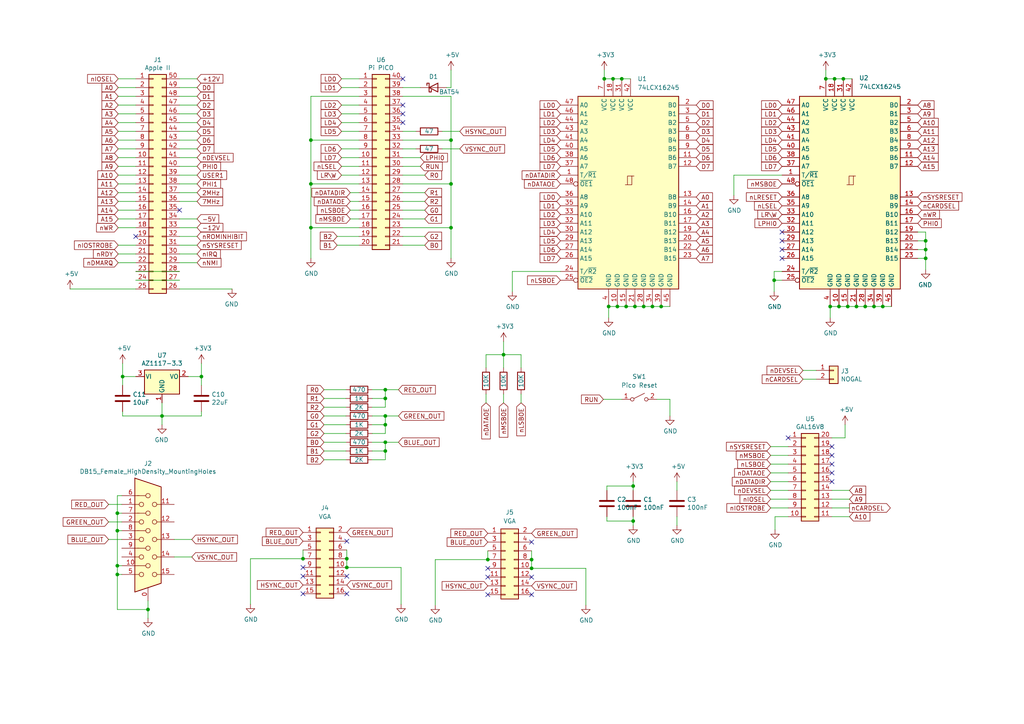
<source format=kicad_sch>
(kicad_sch (version 20230121) (generator eeschema)
  (paper "A4")
  (junction (at 46.99 120.65))
  (junction (at 175.26 22.86))
  (junction (at 111.76 130.81))
  (junction (at 130.81 66.04))
  (junction (at 87.884 162.052))
  (junction (at 42.926 176.784))
  (junction (at 154.178 162.306))
  (junction (at 180.34 22.86))
  (junction (at 177.8 22.86))
  (junction (at 245.872 88.9))
  (junction (at 184.15 88.9))
  (junction (at 224.536 81.28))
  (junction (at 130.81 53.34))
  (junction (at 239.522 22.86))
  (junction (at 248.412 88.9))
  (junction (at 253.492 88.9))
  (junction (at 189.23 88.9))
  (junction (at 100.584 164.592))
  (junction (at 176.53 88.9))
  (junction (at 111.76 128.27))
  (junction (at 90.17 53.34))
  (junction (at 250.952 88.9))
  (junction (at 240.792 88.9))
  (junction (at 34.036 148.844))
  (junction (at 34.036 166.624))
  (junction (at 244.602 22.86))
  (junction (at 130.81 40.64))
  (junction (at 146.05 102.87))
  (junction (at 183.642 151.13))
  (junction (at 111.76 123.19))
  (junction (at 58.42 109.22))
  (junction (at 256.032 88.9))
  (junction (at 242.062 22.86))
  (junction (at 34.036 153.924))
  (junction (at 154.178 164.846))
  (junction (at 111.76 113.03))
  (junction (at 111.76 115.57))
  (junction (at 191.77 88.9))
  (junction (at 111.76 120.65))
  (junction (at 186.69 88.9))
  (junction (at 243.332 88.9))
  (junction (at 90.17 40.64))
  (junction (at 35.56 109.22))
  (junction (at 179.07 88.9))
  (junction (at 183.642 140.97))
  (junction (at 34.036 164.084))
  (junction (at 141.478 162.306))
  (junction (at 100.584 162.052))
  (junction (at 181.61 88.9))
  (junction (at 90.17 66.04))
  (junction (at 268.478 69.85))
  (junction (at 268.478 74.93))
  (junction (at 268.478 72.39))
  (no_connect (at 141.478 164.846))
  (no_connect (at 154.178 167.386))
  (no_connect (at 52.07 60.96))
  (no_connect (at 87.884 164.592))
  (no_connect (at 241.3 134.62))
  (no_connect (at 116.84 22.86))
  (no_connect (at 116.84 30.48))
  (no_connect (at 87.884 172.212))
  (no_connect (at 154.178 172.466))
  (no_connect (at 87.884 167.132))
  (no_connect (at 154.178 157.226))
  (no_connect (at 226.822 69.85))
  (no_connect (at 241.3 139.7))
  (no_connect (at 116.84 33.02))
  (no_connect (at 241.3 132.08))
  (no_connect (at 100.584 156.972))
  (no_connect (at 100.584 167.132))
  (no_connect (at 39.37 68.58))
  (no_connect (at 226.822 74.93))
  (no_connect (at 116.84 35.56))
  (no_connect (at 241.3 137.16))
  (no_connect (at 141.478 172.466))
  (no_connect (at 241.3 129.54))
  (no_connect (at 141.478 167.386))
  (no_connect (at 226.822 67.31))
  (no_connect (at 226.822 72.39))
  (no_connect (at 228.6 127))
  (no_connect (at 100.584 172.212))
  (wire (pts (xy 34.036 166.624) (xy 34.036 176.784)))
  (wire (pts (xy 93.98 128.27) (xy 100.33 128.27)))
  (wire (pts (xy 266.192 67.31) (xy 268.478 67.31)))
  (wire (pts (xy 35.306 148.844) (xy 34.036 148.844)))
  (wire (pts (xy 100.33 123.19) (xy 93.98 123.19)))
  (wire (pts (xy 140.97 114.3) (xy 140.97 116.84)))
  (wire (pts (xy 52.07 25.4) (xy 57.15 25.4)))
  (wire (pts (xy 223.52 142.24) (xy 228.6 142.24)))
  (wire (pts (xy 39.37 53.34) (xy 34.29 53.34)))
  (wire (pts (xy 46.99 123.19) (xy 46.99 120.65)))
  (wire (pts (xy 57.15 22.86) (xy 52.07 22.86)))
  (wire (pts (xy 39.37 73.66) (xy 34.29 73.66)))
  (wire (pts (xy 58.42 111.76) (xy 58.42 109.22)))
  (wire (pts (xy 50.546 156.464) (xy 55.626 156.464)))
  (wire (pts (xy 42.926 176.784) (xy 42.926 174.244)))
  (wire (pts (xy 34.29 22.86) (xy 39.37 22.86)))
  (wire (pts (xy 176.022 149.86) (xy 176.022 151.13)))
  (wire (pts (xy 126.238 162.306) (xy 141.478 162.306)))
  (wire (pts (xy 116.84 58.42) (xy 123.19 58.42)))
  (wire (pts (xy 236.728 107.442) (xy 232.918 107.442)))
  (wire (pts (xy 57.15 71.12) (xy 52.07 71.12)))
  (wire (pts (xy 34.29 48.26) (xy 39.37 48.26)))
  (wire (pts (xy 100.33 113.03) (xy 93.98 113.03)))
  (wire (pts (xy 58.42 120.65) (xy 46.99 120.65)))
  (wire (pts (xy 146.05 99.06) (xy 146.05 102.87)))
  (wire (pts (xy 111.76 128.27) (xy 115.57 128.27)))
  (wire (pts (xy 34.29 63.5) (xy 39.37 63.5)))
  (wire (pts (xy 104.14 71.12) (xy 97.79 71.12)))
  (wire (pts (xy 52.07 33.02) (xy 57.15 33.02)))
  (wire (pts (xy 34.29 50.8) (xy 39.37 50.8)))
  (wire (pts (xy 116.84 50.8) (xy 123.19 50.8)))
  (wire (pts (xy 104.14 53.34) (xy 90.17 53.34)))
  (wire (pts (xy 266.192 74.93) (xy 268.478 74.93)))
  (wire (pts (xy 177.8 22.86) (xy 180.34 22.86)))
  (wire (pts (xy 111.76 123.19) (xy 111.76 125.73)))
  (wire (pts (xy 35.306 166.624) (xy 34.036 166.624)))
  (wire (pts (xy 190.5 115.824) (xy 194.31 115.824)))
  (wire (pts (xy 107.95 130.81) (xy 111.76 130.81)))
  (wire (pts (xy 34.036 176.784) (xy 42.926 176.784)))
  (wire (pts (xy 111.76 130.81) (xy 111.76 128.27)))
  (wire (pts (xy 39.37 81.28) (xy 52.07 81.28)))
  (wire (pts (xy 226.822 78.74) (xy 224.536 78.74)))
  (wire (pts (xy 154.178 162.306) (xy 154.178 164.846)))
  (wire (pts (xy 57.15 43.18) (xy 52.07 43.18)))
  (wire (pts (xy 111.76 118.11) (xy 111.76 115.57)))
  (wire (pts (xy 107.95 118.11) (xy 111.76 118.11)))
  (wire (pts (xy 175.26 22.86) (xy 177.8 22.86)))
  (wire (pts (xy 146.05 114.3) (xy 146.05 116.84)))
  (wire (pts (xy 58.42 119.38) (xy 58.42 120.65)))
  (wire (pts (xy 90.17 66.04) (xy 90.17 74.93)))
  (wire (pts (xy 93.98 115.57) (xy 100.33 115.57)))
  (wire (pts (xy 46.99 120.65) (xy 46.99 116.84)))
  (wire (pts (xy 169.926 175.514) (xy 169.926 164.846)))
  (wire (pts (xy 99.06 25.4) (xy 104.14 25.4)))
  (wire (pts (xy 52.07 48.26) (xy 57.15 48.26)))
  (wire (pts (xy 181.61 88.9) (xy 184.15 88.9)))
  (wire (pts (xy 104.14 40.64) (xy 90.17 40.64)))
  (wire (pts (xy 239.522 22.86) (xy 242.062 22.86)))
  (wire (pts (xy 240.792 92.202) (xy 240.792 88.9)))
  (wire (pts (xy 268.478 72.39) (xy 268.478 69.85)))
  (wire (pts (xy 130.81 66.04) (xy 130.81 53.34)))
  (wire (pts (xy 67.31 83.82) (xy 52.07 83.82)))
  (wire (pts (xy 111.76 120.65) (xy 111.76 123.19)))
  (wire (pts (xy 93.98 120.65) (xy 100.33 120.65)))
  (wire (pts (xy 57.15 35.56) (xy 52.07 35.56)))
  (wire (pts (xy 115.57 113.03) (xy 111.76 113.03)))
  (wire (pts (xy 176.022 140.97) (xy 183.642 140.97)))
  (wire (pts (xy 31.496 146.304) (xy 35.306 146.304)))
  (wire (pts (xy 226.822 81.28) (xy 224.536 81.28)))
  (wire (pts (xy 126.238 175.514) (xy 126.238 162.306)))
  (wire (pts (xy 52.07 55.88) (xy 57.15 55.88)))
  (wire (pts (xy 35.56 119.38) (xy 35.56 120.65)))
  (wire (pts (xy 107.95 128.27) (xy 111.76 128.27)))
  (wire (pts (xy 39.37 35.56) (xy 34.29 35.56)))
  (wire (pts (xy 104.14 30.48) (xy 99.06 30.48)))
  (wire (pts (xy 111.76 113.03) (xy 107.95 113.03)))
  (wire (pts (xy 212.852 50.8) (xy 212.852 56.642)))
  (wire (pts (xy 176.022 142.24) (xy 176.022 140.97)))
  (wire (pts (xy 116.332 164.592) (xy 100.584 164.592)))
  (wire (pts (xy 146.05 102.87) (xy 151.13 102.87)))
  (wire (pts (xy 268.478 72.39) (xy 268.478 74.93)))
  (wire (pts (xy 189.23 88.9) (xy 191.77 88.9)))
  (wire (pts (xy 104.14 55.88) (xy 101.6 55.88)))
  (wire (pts (xy 104.14 60.96) (xy 101.6 60.96)))
  (wire (pts (xy 31.496 151.384) (xy 35.306 151.384)))
  (wire (pts (xy 57.15 27.94) (xy 52.07 27.94)))
  (wire (pts (xy 34.036 148.844) (xy 34.036 153.924)))
  (wire (pts (xy 239.522 20.32) (xy 239.522 22.86)))
  (wire (pts (xy 175.26 20.32) (xy 175.26 22.86)))
  (wire (pts (xy 111.76 133.35) (xy 111.76 130.81)))
  (wire (pts (xy 34.29 33.02) (xy 39.37 33.02)))
  (wire (pts (xy 52.07 66.04) (xy 57.15 66.04)))
  (wire (pts (xy 107.95 133.35) (xy 111.76 133.35)))
  (wire (pts (xy 104.14 48.26) (xy 99.06 48.26)))
  (wire (pts (xy 104.14 58.42) (xy 101.6 58.42)))
  (wire (pts (xy 186.69 88.9) (xy 189.23 88.9)))
  (wire (pts (xy 116.84 40.64) (xy 130.81 40.64)))
  (wire (pts (xy 116.84 66.04) (xy 130.81 66.04)))
  (wire (pts (xy 34.036 153.924) (xy 34.036 164.084)))
  (wire (pts (xy 52.07 68.58) (xy 57.15 68.58)))
  (wire (pts (xy 90.17 27.94) (xy 90.17 40.64)))
  (wire (pts (xy 123.19 55.88) (xy 116.84 55.88)))
  (wire (pts (xy 39.37 43.18) (xy 34.29 43.18)))
  (wire (pts (xy 100.33 130.81) (xy 93.98 130.81)))
  (wire (pts (xy 116.332 175.26) (xy 116.332 164.592)))
  (wire (pts (xy 224.536 78.74) (xy 224.536 81.28)))
  (wire (pts (xy 196.342 149.86) (xy 196.342 152.4)))
  (wire (pts (xy 223.52 134.62) (xy 228.6 134.62)))
  (wire (pts (xy 223.52 147.32) (xy 228.6 147.32)))
  (wire (pts (xy 250.952 88.9) (xy 253.492 88.9)))
  (wire (pts (xy 52.07 38.1) (xy 57.15 38.1)))
  (wire (pts (xy 42.926 179.324) (xy 42.926 176.784)))
  (wire (pts (xy 123.19 60.96) (xy 116.84 60.96)))
  (wire (pts (xy 39.37 76.2) (xy 34.29 76.2)))
  (wire (pts (xy 123.19 68.58) (xy 116.84 68.58)))
  (wire (pts (xy 242.062 22.86) (xy 244.602 22.86)))
  (wire (pts (xy 248.412 88.9) (xy 250.952 88.9)))
  (wire (pts (xy 123.19 71.12) (xy 116.84 71.12)))
  (wire (pts (xy 58.42 109.22) (xy 58.42 105.41)))
  (wire (pts (xy 268.478 67.31) (xy 268.478 69.85)))
  (wire (pts (xy 57.15 76.2) (xy 52.07 76.2)))
  (wire (pts (xy 35.56 120.65) (xy 46.99 120.65)))
  (wire (pts (xy 35.56 111.76) (xy 35.56 109.22)))
  (wire (pts (xy 228.6 144.78) (xy 223.52 144.78)))
  (wire (pts (xy 39.37 30.48) (xy 34.29 30.48)))
  (wire (pts (xy 90.17 53.34) (xy 90.17 66.04)))
  (wire (pts (xy 87.884 159.512) (xy 87.884 162.052)))
  (wire (pts (xy 35.306 164.084) (xy 34.036 164.084)))
  (wire (pts (xy 162.56 78.74) (xy 148.59 78.74)))
  (wire (pts (xy 39.37 109.22) (xy 35.56 109.22)))
  (wire (pts (xy 52.07 58.42) (xy 57.15 58.42)))
  (wire (pts (xy 39.37 71.12) (xy 34.29 71.12)))
  (wire (pts (xy 35.306 143.764) (xy 34.036 143.764)))
  (wire (pts (xy 241.3 149.86) (xy 246.38 149.86)))
  (wire (pts (xy 97.79 68.58) (xy 104.14 68.58)))
  (wire (pts (xy 130.81 40.64) (xy 130.81 27.94)))
  (wire (pts (xy 253.492 88.9) (xy 256.032 88.9)))
  (wire (pts (xy 104.14 50.8) (xy 99.06 50.8)))
  (wire (pts (xy 223.52 129.54) (xy 228.6 129.54)))
  (wire (pts (xy 245.872 88.9) (xy 248.412 88.9)))
  (wire (pts (xy 130.81 53.34) (xy 130.81 40.64)))
  (wire (pts (xy 212.852 50.8) (xy 226.822 50.8)))
  (wire (pts (xy 116.84 48.26) (xy 121.92 48.26)))
  (wire (pts (xy 169.926 164.846) (xy 154.178 164.846)))
  (wire (pts (xy 34.29 55.88) (xy 39.37 55.88)))
  (wire (pts (xy 104.14 22.86) (xy 99.06 22.86)))
  (wire (pts (xy 57.15 73.66) (xy 52.07 73.66)))
  (wire (pts (xy 223.52 132.08) (xy 228.6 132.08)))
  (wire (pts (xy 104.14 33.02) (xy 99.06 33.02)))
  (wire (pts (xy 111.76 115.57) (xy 111.76 113.03)))
  (wire (pts (xy 183.642 142.24) (xy 183.642 140.97)))
  (wire (pts (xy 141.478 159.766) (xy 141.478 162.306)))
  (wire (pts (xy 39.37 78.74) (xy 52.07 78.74)))
  (wire (pts (xy 116.84 63.5) (xy 123.19 63.5)))
  (wire (pts (xy 183.642 149.86) (xy 183.642 151.13)))
  (wire (pts (xy 39.37 66.04) (xy 34.29 66.04)))
  (wire (pts (xy 151.13 102.87) (xy 151.13 106.68)))
  (wire (pts (xy 176.53 92.202) (xy 176.53 88.9)))
  (wire (pts (xy 116.84 38.1) (xy 120.65 38.1)))
  (wire (pts (xy 115.57 120.65) (xy 111.76 120.65)))
  (wire (pts (xy 140.97 102.87) (xy 146.05 102.87)))
  (wire (pts (xy 39.37 38.1) (xy 34.29 38.1)))
  (wire (pts (xy 107.95 125.73) (xy 111.76 125.73)))
  (wire (pts (xy 194.31 115.824) (xy 194.31 120.65)))
  (wire (pts (xy 129.54 25.4) (xy 130.81 25.4)))
  (wire (pts (xy 99.06 45.72) (xy 104.14 45.72)))
  (wire (pts (xy 52.07 50.8) (xy 57.15 50.8)))
  (wire (pts (xy 52.07 53.34) (xy 57.15 53.34)))
  (wire (pts (xy 93.98 125.73) (xy 100.33 125.73)))
  (wire (pts (xy 57.15 40.64) (xy 52.07 40.64)))
  (wire (pts (xy 245.11 127) (xy 241.3 127)))
  (wire (pts (xy 232.918 109.982) (xy 236.728 109.982)))
  (wire (pts (xy 244.602 22.86) (xy 247.142 22.86)))
  (wire (pts (xy 90.17 40.64) (xy 90.17 53.34)))
  (wire (pts (xy 245.11 123.19) (xy 245.11 127)))
  (wire (pts (xy 72.644 175.26) (xy 72.644 162.052)))
  (wire (pts (xy 241.3 142.24) (xy 246.38 142.24)))
  (wire (pts (xy 100.584 162.052) (xy 100.584 164.592)))
  (wire (pts (xy 107.95 115.57) (xy 111.76 115.57)))
  (wire (pts (xy 176.53 88.9) (xy 179.07 88.9)))
  (wire (pts (xy 266.192 72.39) (xy 268.478 72.39)))
  (wire (pts (xy 243.332 88.9) (xy 245.872 88.9)))
  (wire (pts (xy 240.792 88.9) (xy 243.332 88.9)))
  (wire (pts (xy 175.006 115.824) (xy 180.34 115.824)))
  (wire (pts (xy 246.38 144.78) (xy 241.3 144.78)))
  (wire (pts (xy 99.06 43.18) (xy 104.14 43.18)))
  (wire (pts (xy 148.59 78.74) (xy 148.59 84.582)))
  (wire (pts (xy 130.81 66.04) (xy 130.81 74.93)))
  (wire (pts (xy 104.14 27.94) (xy 90.17 27.94)))
  (wire (pts (xy 179.07 88.9) (xy 181.61 88.9)))
  (wire (pts (xy 133.35 43.18) (xy 128.27 43.18)))
  (wire (pts (xy 223.52 139.7) (xy 228.6 139.7)))
  (wire (pts (xy 183.642 140.97) (xy 183.642 139.7)))
  (wire (pts (xy 191.77 88.9) (xy 194.31 88.9)))
  (wire (pts (xy 196.342 139.7) (xy 196.342 142.24)))
  (wire (pts (xy 39.37 60.96) (xy 34.29 60.96)))
  (wire (pts (xy 184.15 88.9) (xy 186.69 88.9)))
  (wire (pts (xy 104.14 38.1) (xy 99.06 38.1)))
  (wire (pts (xy 34.29 25.4) (xy 39.37 25.4)))
  (wire (pts (xy 35.306 156.464) (xy 31.496 156.464)))
  (wire (pts (xy 241.3 147.32) (xy 246.38 147.32)))
  (wire (pts (xy 268.478 69.85) (xy 266.192 69.85)))
  (wire (pts (xy 90.17 66.04) (xy 104.14 66.04)))
  (wire (pts (xy 151.13 114.3) (xy 151.13 116.84)))
  (wire (pts (xy 72.644 162.052) (xy 87.884 162.052)))
  (wire (pts (xy 116.84 45.72) (xy 121.92 45.72)))
  (wire (pts (xy 104.14 63.5) (xy 101.6 63.5)))
  (wire (pts (xy 107.95 123.19) (xy 111.76 123.19)))
  (wire (pts (xy 176.022 151.13) (xy 183.642 151.13)))
  (wire (pts (xy 224.79 149.86) (xy 228.6 149.86)))
  (wire (pts (xy 52.07 45.72) (xy 57.15 45.72)))
  (wire (pts (xy 116.84 43.18) (xy 120.65 43.18)))
  (wire (pts (xy 116.84 53.34) (xy 130.81 53.34)))
  (wire (pts (xy 99.06 35.56) (xy 104.14 35.56)))
  (wire (pts (xy 146.05 106.68) (xy 146.05 102.87)))
  (wire (pts (xy 154.178 159.766) (xy 154.178 162.306)))
  (wire (pts (xy 100.584 159.512) (xy 100.584 162.052)))
  (wire (pts (xy 20.32 83.82) (xy 39.37 83.82)))
  (wire (pts (xy 121.92 25.4) (xy 116.84 25.4)))
  (wire (pts (xy 52.07 63.5) (xy 57.15 63.5)))
  (wire (pts (xy 268.478 74.93) (xy 268.478 78.232)))
  (wire (pts (xy 35.306 153.924) (xy 34.036 153.924)))
  (wire (pts (xy 130.81 25.4) (xy 130.81 20.32)))
  (wire (pts (xy 111.76 120.65) (xy 107.95 120.65)))
  (wire (pts (xy 183.642 151.13) (xy 183.642 152.4)))
  (wire (pts (xy 130.81 27.94) (xy 116.84 27.94)))
  (wire (pts (xy 93.98 133.35) (xy 100.33 133.35)))
  (wire (pts (xy 54.61 109.22) (xy 58.42 109.22)))
  (wire (pts (xy 128.27 38.1) (xy 133.35 38.1)))
  (wire (pts (xy 180.34 22.86) (xy 182.88 22.86)))
  (wire (pts (xy 34.29 40.64) (xy 39.37 40.64)))
  (wire (pts (xy 35.56 109.22) (xy 35.56 105.41)))
  (wire (pts (xy 55.626 161.544) (xy 50.546 161.544)))
  (wire (pts (xy 100.33 118.11) (xy 93.98 118.11)))
  (wire (pts (xy 39.37 45.72) (xy 34.29 45.72)))
  (wire (pts (xy 224.79 153.67) (xy 224.79 149.86)))
  (wire (pts (xy 34.29 58.42) (xy 39.37 58.42)))
  (wire (pts (xy 34.036 143.764) (xy 34.036 148.844)))
  (wire (pts (xy 256.032 88.9) (xy 258.572 88.9)))
  (wire (pts (xy 140.97 106.68) (xy 140.97 102.87)))
  (wire (pts (xy 39.37 27.94) (xy 34.29 27.94)))
  (wire (pts (xy 223.52 137.16) (xy 228.6 137.16)))
  (wire (pts (xy 52.07 30.48) (xy 57.15 30.48)))
  (wire (pts (xy 224.536 81.28) (xy 224.536 84.582)))
  (wire (pts (xy 34.036 164.084) (xy 34.036 166.624)))
  (global_label "A0" (shape input) (at 34.29 25.4 180) (property "Intersheetrefs" "${INTERSHEET_REFS}" (effects hide)))
  (global_label "B1" (shape input) (at 93.98 130.81 180) (property "Intersheetrefs" "${INTERSHEET_REFS}" (effects hide)))
  (global_label "GREEN_OUT" (shape input) (at 154.178 154.686 0) (property "Intersheetrefs" "${INTERSHEET_REFS}" (effects hide)))
  (global_label "LR\\W" (shape input) (at 99.06 50.8 180) (property "Intersheetrefs" "${INTERSHEET_REFS}" (effects hide)))
  (global_label "LD0" (shape input) (at 99.06 22.86 180) (property "Intersheetrefs" "${INTERSHEET_REFS}" (effects hide)))
  (global_label "A10" (shape input) (at 266.192 35.56 0) (property "Intersheetrefs" "${INTERSHEET_REFS}" (effects hide)))
  (global_label "LD2" (shape input) (at 226.822 35.56 180) (property "Intersheetrefs" "${INTERSHEET_REFS}" (effects hide)))
  (global_label "A12" (shape input) (at 34.29 55.88 180) (property "Intersheetrefs" "${INTERSHEET_REFS}" (effects hide)))
  (global_label "nMSBOE" (shape input) (at 101.6 63.5 180) (property "Intersheetrefs" "${INTERSHEET_REFS}" (effects hide)))
  (global_label "BLUE_OUT" (shape input) (at 115.57 128.27 0) (property "Intersheetrefs" "${INTERSHEET_REFS}" (effects hide)))
  (global_label "nLSBOE" (shape input) (at 101.6 60.96 180) (property "Intersheetrefs" "${INTERSHEET_REFS}" (effects hide)))
  (global_label "nSYSRESET" (shape input) (at 57.15 71.12 0) (property "Intersheetrefs" "${INTERSHEET_REFS}" (effects hide)))
  (global_label "LD6" (shape input) (at 226.822 45.72 180) (property "Intersheetrefs" "${INTERSHEET_REFS}" (effects hide)))
  (global_label "nMSBOE" (shape input) (at 226.822 53.34 180) (property "Intersheetrefs" "${INTERSHEET_REFS}" (effects hide)))
  (global_label "VSYNC_OUT" (shape input) (at 55.626 161.544 0) (property "Intersheetrefs" "${INTERSHEET_REFS}" (effects hide)))
  (global_label "D3" (shape input) (at 57.15 33.02 0) (property "Intersheetrefs" "${INTERSHEET_REFS}" (effects hide)))
  (global_label "LD4" (shape input) (at 99.06 35.56 180) (property "Intersheetrefs" "${INTERSHEET_REFS}" (effects hide)))
  (global_label "A13" (shape input) (at 34.29 58.42 180) (property "Intersheetrefs" "${INTERSHEET_REFS}" (effects hide)))
  (global_label "D7" (shape input) (at 57.15 43.18 0) (property "Intersheetrefs" "${INTERSHEET_REFS}" (effects hide)))
  (global_label "nLSBOE" (shape input) (at 151.13 116.84 270) (property "Intersheetrefs" "${INTERSHEET_REFS}" (effects hide)))
  (global_label "A7" (shape input) (at 34.29 43.18 180) (property "Intersheetrefs" "${INTERSHEET_REFS}" (effects hide)))
  (global_label "RED_OUT" (shape input) (at 141.478 154.686 180) (property "Intersheetrefs" "${INTERSHEET_REFS}" (effects hide)))
  (global_label "A1" (shape input) (at 34.29 27.94 180) (property "Intersheetrefs" "${INTERSHEET_REFS}" (effects hide)))
  (global_label "LD6" (shape input) (at 162.56 72.39 180) (property "Intersheetrefs" "${INTERSHEET_REFS}" (effects hide)))
  (global_label "G1" (shape input) (at 93.98 123.19 180) (property "Intersheetrefs" "${INTERSHEET_REFS}" (effects hide)))
  (global_label "nCARDSEL" (shape output) (at 246.38 147.32 0) (property "Intersheetrefs" "${INTERSHEET_REFS}" (effects hide)))
  (global_label "D5" (shape input) (at 57.15 38.1 0) (property "Intersheetrefs" "${INTERSHEET_REFS}" (effects hide)))
  (global_label "LD0" (shape input) (at 162.56 30.48 180) (property "Intersheetrefs" "${INTERSHEET_REFS}" (effects hide)))
  (global_label "BLUE_OUT" (shape input) (at 87.884 156.972 180) (property "Intersheetrefs" "${INTERSHEET_REFS}" (effects hide)))
  (global_label "A15" (shape input) (at 34.29 63.5 180) (property "Intersheetrefs" "${INTERSHEET_REFS}" (effects hide)))
  (global_label "D0" (shape input) (at 201.93 30.48 0) (property "Intersheetrefs" "${INTERSHEET_REFS}" (effects hide)))
  (global_label "nSYSRESET" (shape input) (at 266.192 57.15 0) (property "Intersheetrefs" "${INTERSHEET_REFS}" (effects hide)))
  (global_label "VSYNC_OUT" (shape input) (at 100.584 169.672 0) (property "Intersheetrefs" "${INTERSHEET_REFS}" (effects hide)))
  (global_label "A14" (shape input) (at 266.192 45.72 0) (property "Intersheetrefs" "${INTERSHEET_REFS}" (effects hide)))
  (global_label "LD5" (shape input) (at 99.06 38.1 180) (property "Intersheetrefs" "${INTERSHEET_REFS}" (effects hide)))
  (global_label "RUN" (shape input) (at 121.92 48.26 0) (property "Intersheetrefs" "${INTERSHEET_REFS}" (effects hide)))
  (global_label "D0" (shape input) (at 57.15 25.4 0) (property "Intersheetrefs" "${INTERSHEET_REFS}" (effects hide)))
  (global_label "nIOSTROBE" (shape input) (at 223.52 147.32 180) (property "Intersheetrefs" "${INTERSHEET_REFS}" (effects hide)))
  (global_label "LD1" (shape input) (at 226.822 33.02 180) (property "Intersheetrefs" "${INTERSHEET_REFS}" (effects hide)))
  (global_label "nLRESET" (shape input) (at 226.822 57.15 180) (property "Intersheetrefs" "${INTERSHEET_REFS}" (effects hide)))
  (global_label "HSYNC_OUT" (shape input) (at 141.478 169.926 180) (property "Intersheetrefs" "${INTERSHEET_REFS}" (effects hide)))
  (global_label "nDEVSEL" (shape input) (at 232.918 107.442 180) (property "Intersheetrefs" "${INTERSHEET_REFS}" (effects hide)))
  (global_label "D2" (shape input) (at 57.15 30.48 0) (property "Intersheetrefs" "${INTERSHEET_REFS}" (effects hide)))
  (global_label "A0" (shape input) (at 201.93 57.15 0) (property "Intersheetrefs" "${INTERSHEET_REFS}" (effects hide)))
  (global_label "G0" (shape input) (at 123.19 60.96 0) (property "Intersheetrefs" "${INTERSHEET_REFS}" (effects hide)))
  (global_label "nCARDSEL" (shape input) (at 232.918 109.982 180) (property "Intersheetrefs" "${INTERSHEET_REFS}" (effects hide)))
  (global_label "2MHz" (shape input) (at 57.15 55.88 0) (property "Intersheetrefs" "${INTERSHEET_REFS}" (effects hide)))
  (global_label "nCARDSEL" (shape input) (at 266.192 59.69 0) (property "Intersheetrefs" "${INTERSHEET_REFS}" (effects hide)))
  (global_label "LD4" (shape input) (at 162.56 67.31 180) (property "Intersheetrefs" "${INTERSHEET_REFS}" (effects hide)))
  (global_label "B2" (shape input) (at 93.98 133.35 180) (property "Intersheetrefs" "${INTERSHEET_REFS}" (effects hide)))
  (global_label "PHI1" (shape input) (at 57.15 53.34 0) (property "Intersheetrefs" "${INTERSHEET_REFS}" (effects hide)))
  (global_label "VSYNC_OUT" (shape input) (at 154.178 169.926 0) (property "Intersheetrefs" "${INTERSHEET_REFS}" (effects hide)))
  (global_label "A3" (shape input) (at 201.93 64.77 0) (property "Intersheetrefs" "${INTERSHEET_REFS}" (effects hide)))
  (global_label "BLUE_OUT" (shape input) (at 31.496 156.464 180) (property "Intersheetrefs" "${INTERSHEET_REFS}" (effects hide)))
  (global_label "LD5" (shape input) (at 162.56 69.85 180) (property "Intersheetrefs" "${INTERSHEET_REFS}" (effects hide)))
  (global_label "B1" (shape input) (at 97.79 71.12 180) (property "Intersheetrefs" "${INTERSHEET_REFS}" (effects hide)))
  (global_label "-12V" (shape input) (at 57.15 66.04 0) (property "Intersheetrefs" "${INTERSHEET_REFS}" (effects hide)))
  (global_label "nDATAOE" (shape input) (at 101.6 58.42 180) (property "Intersheetrefs" "${INTERSHEET_REFS}" (effects hide)))
  (global_label "LD6" (shape input) (at 162.56 45.72 180) (property "Intersheetrefs" "${INTERSHEET_REFS}" (effects hide)))
  (global_label "nWR" (shape input) (at 266.192 62.23 0) (property "Intersheetrefs" "${INTERSHEET_REFS}" (effects hide)))
  (global_label "LD7" (shape input) (at 162.56 74.93 180) (property "Intersheetrefs" "${INTERSHEET_REFS}" (effects hide)))
  (global_label "B0" (shape input) (at 93.98 128.27 180) (property "Intersheetrefs" "${INTERSHEET_REFS}" (effects hide)))
  (global_label "A8" (shape input) (at 246.38 142.24 0) (property "Intersheetrefs" "${INTERSHEET_REFS}" (effects hide)))
  (global_label "LD3" (shape input) (at 162.56 64.77 180) (property "Intersheetrefs" "${INTERSHEET_REFS}" (effects hide)))
  (global_label "D2" (shape input) (at 201.93 35.56 0) (property "Intersheetrefs" "${INTERSHEET_REFS}" (effects hide)))
  (global_label "A14" (shape input) (at 34.29 60.96 180) (property "Intersheetrefs" "${INTERSHEET_REFS}" (effects hide)))
  (global_label "nROMINHIBIT" (shape input) (at 57.15 68.58 0) (property "Intersheetrefs" "${INTERSHEET_REFS}" (effects hide)))
  (global_label "LD3" (shape input) (at 162.56 38.1 180) (property "Intersheetrefs" "${INTERSHEET_REFS}" (effects hide)))
  (global_label "D3" (shape input) (at 201.93 38.1 0) (property "Intersheetrefs" "${INTERSHEET_REFS}" (effects hide)))
  (global_label "RED_OUT" (shape input) (at 87.884 154.432 180) (property "Intersheetrefs" "${INTERSHEET_REFS}" (effects hide)))
  (global_label "LD3" (shape input) (at 226.822 38.1 180) (property "Intersheetrefs" "${INTERSHEET_REFS}" (effects hide)))
  (global_label "LD2" (shape input) (at 99.06 30.48 180) (property "Intersheetrefs" "${INTERSHEET_REFS}" (effects hide)))
  (global_label "USER1" (shape input) (at 57.15 50.8 0) (property "Intersheetrefs" "${INTERSHEET_REFS}" (effects hide)))
  (global_label "nIRQ" (shape input) (at 57.15 73.66 0) (property "Intersheetrefs" "${INTERSHEET_REFS}" (effects hide)))
  (global_label "LD2" (shape input) (at 162.56 35.56 180) (property "Intersheetrefs" "${INTERSHEET_REFS}" (effects hide)))
  (global_label "A6" (shape input) (at 201.93 72.39 0) (property "Intersheetrefs" "${INTERSHEET_REFS}" (effects hide)))
  (global_label "D1" (shape input) (at 201.93 33.02 0) (property "Intersheetrefs" "${INTERSHEET_REFS}" (effects hide)))
  (global_label "RED_OUT" (shape input) (at 31.496 146.304 180) (property "Intersheetrefs" "${INTERSHEET_REFS}" (effects hide)))
  (global_label "HSYNC_OUT" (shape input) (at 133.35 38.1 0) (property "Intersheetrefs" "${INTERSHEET_REFS}" (effects hide)))
  (global_label "VSYNC_OUT" (shape input) (at 133.35 43.18 0) (property "Intersheetrefs" "${INTERSHEET_REFS}" (effects hide)))
  (global_label "LD7" (shape input) (at 226.822 48.26 180) (property "Intersheetrefs" "${INTERSHEET_REFS}" (effects hide)))
  (global_label "G2" (shape input) (at 123.19 68.58 0) (property "Intersheetrefs" "${INTERSHEET_REFS}" (effects hide)))
  (global_label "LD7" (shape input) (at 162.56 48.26 180) (property "Intersheetrefs" "${INTERSHEET_REFS}" (effects hide)))
  (global_label "LD4" (shape input) (at 162.56 40.64 180) (property "Intersheetrefs" "${INTERSHEET_REFS}" (effects hide)))
  (global_label "LD6" (shape input) (at 99.06 43.18 180) (property "Intersheetrefs" "${INTERSHEET_REFS}" (effects hide)))
  (global_label "nDEVSEL" (shape input) (at 57.15 45.72 0) (property "Intersheetrefs" "${INTERSHEET_REFS}" (effects hide)))
  (global_label "nIOSTROBE" (shape input) (at 34.29 71.12 180) (property "Intersheetrefs" "${INTERSHEET_REFS}" (effects hide)))
  (global_label "G1" (shape input) (at 123.19 63.5 0) (property "Intersheetrefs" "${INTERSHEET_REFS}" (effects hide)))
  (global_label "D6" (shape input) (at 57.15 40.64 0) (property "Intersheetrefs" "${INTERSHEET_REFS}" (effects hide)))
  (global_label "LPHI0" (shape input) (at 121.92 45.72 0) (property "Intersheetrefs" "${INTERSHEET_REFS}" (effects hide)))
  (global_label "LPHI0" (shape input) (at 226.822 64.77 180) (property "Intersheetrefs" "${INTERSHEET_REFS}" (effects hide)))
  (global_label "A6" (shape input) (at 34.29 40.64 180) (property "Intersheetrefs" "${INTERSHEET_REFS}" (effects hide)))
  (global_label "BLUE_OUT" (shape input) (at 141.478 157.226 180) (property "Intersheetrefs" "${INTERSHEET_REFS}" (effects hide)))
  (global_label "D4" (shape input) (at 57.15 35.56 0) (property "Intersheetrefs" "${INTERSHEET_REFS}" (effects hide)))
  (global_label "nMSBOE" (shape input) (at 223.52 132.08 180) (property "Intersheetrefs" "${INTERSHEET_REFS}" (effects hide)))
  (global_label "nDATADIR" (shape input) (at 223.52 139.7 180) (property "Intersheetrefs" "${INTERSHEET_REFS}" (effects hide)))
  (global_label "PHI0" (shape input) (at 266.192 64.77 0) (property "Intersheetrefs" "${INTERSHEET_REFS}" (effects hide)))
  (global_label "A10" (shape input) (at 246.38 149.86 0) (property "Intersheetrefs" "${INTERSHEET_REFS}" (effects hide)))
  (global_label "A4" (shape input) (at 201.93 67.31 0) (property "Intersheetrefs" "${INTERSHEET_REFS}" (effects hide)))
  (global_label "A11" (shape input) (at 266.192 38.1 0) (property "Intersheetrefs" "${INTERSHEET_REFS}" (effects hide)))
  (global_label "LD5" (shape input) (at 162.56 43.18 180) (property "Intersheetrefs" "${INTERSHEET_REFS}" (effects hide)))
  (global_label "A4" (shape input) (at 34.29 35.56 180) (property "Intersheetrefs" "${INTERSHEET_REFS}" (effects hide)))
  (global_label "nMSBOE" (shape input) (at 146.05 116.84 270) (property "Intersheetrefs" "${INTERSHEET_REFS}" (effects hide)))
  (global_label "nLSEL" (shape input) (at 226.822 59.69 180) (property "Intersheetrefs" "${INTERSHEET_REFS}" (effects hide)))
  (global_label "nDATAOE" (shape input) (at 140.97 116.84 270) (property "Intersheetrefs" "${INTERSHEET_REFS}" (effects hide)))
  (global_label "nDATAOE" (shape input) (at 162.56 53.34 180) (property "Intersheetrefs" "${INTERSHEET_REFS}" (effects hide)))
  (global_label "A3" (shape input) (at 34.29 33.02 180) (property "Intersheetrefs" "${INTERSHEET_REFS}" (effects hide)))
  (global_label "A2" (shape input) (at 201.93 62.23 0) (property "Intersheetrefs" "${INTERSHEET_REFS}" (effects hide)))
  (global_label "GREEN_OUT" (shape input) (at 115.57 120.65 0) (property "Intersheetrefs" "${INTERSHEET_REFS}" (effects hide)))
  (global_label "PHI0" (shape input) (at 57.15 48.26 0) (property "Intersheetrefs" "${INTERSHEET_REFS}" (effects hide)))
  (global_label "B2" (shape input) (at 97.79 68.58 180) (property "Intersheetrefs" "${INTERSHEET_REFS}" (effects hide)))
  (global_label "RUN" (shape input) (at 175.006 115.824 180) (property "Intersheetrefs" "${INTERSHEET_REFS}" (effects hide)))
  (global_label "D5" (shape input) (at 201.93 43.18 0) (property "Intersheetrefs" "${INTERSHEET_REFS}" (effects hide)))
  (global_label "R1" (shape input) (at 93.98 115.57 180) (property "Intersheetrefs" "${INTERSHEET_REFS}" (effects hide)))
  (global_label "R0" (shape input) (at 93.98 113.03 180) (property "Intersheetrefs" "${INTERSHEET_REFS}" (effects hide)))
  (global_label "R2" (shape input) (at 93.98 118.11 180) (property "Intersheetrefs" "${INTERSHEET_REFS}" (effects hide)))
  (global_label "A11" (shape input) (at 34.29 53.34 180) (property "Intersheetrefs" "${INTERSHEET_REFS}" (effects hide)))
  (global_label "LD0" (shape input) (at 162.56 57.15 180) (property "Intersheetrefs" "${INTERSHEET_REFS}" (effects hide)))
  (global_label "nIOSEL" (shape input) (at 34.29 22.86 180) (property "Intersheetrefs" "${INTERSHEET_REFS}" (effects hide)))
  (global_label "HSYNC_OUT" (shape input) (at 55.626 156.464 0) (property "Intersheetrefs" "${INTERSHEET_REFS}" (effects hide)))
  (global_label "B0" (shape input) (at 123.19 71.12 0) (property "Intersheetrefs" "${INTERSHEET_REFS}" (effects hide)))
  (global_label "A2" (shape input) (at 34.29 30.48 180) (property "Intersheetrefs" "${INTERSHEET_REFS}" (effects hide)))
  (global_label "R2" (shape input) (at 123.19 58.42 0) (property "Intersheetrefs" "${INTERSHEET_REFS}" (effects hide)))
  (global_label "R0" (shape input) (at 123.19 50.8 0) (property "Intersheetrefs" "${INTERSHEET_REFS}" (effects hide)))
  (global_label "A5" (shape input) (at 201.93 69.85 0) (property "Intersheetrefs" "${INTERSHEET_REFS}" (effects hide)))
  (global_label "GREEN_OUT" (shape input) (at 100.584 154.432 0) (property "Intersheetrefs" "${INTERSHEET_REFS}" (effects hide)))
  (global_label "A10" (shape input) (at 34.29 50.8 180) (property "Intersheetrefs" "${INTERSHEET_REFS}" (effects hide)))
  (global_label "LD1" (shape input) (at 162.56 33.02 180) (property "Intersheetrefs" "${INTERSHEET_REFS}" (effects hide)))
  (global_label "LD3" (shape input) (at 99.06 33.02 180) (property "Intersheetrefs" "${INTERSHEET_REFS}" (effects hide)))
  (global_label "D4" (shape input) (at 201.93 40.64 0) (property "Intersheetrefs" "${INTERSHEET_REFS}" (effects hide)))
  (global_label "A13" (shape input) (at 266.192 43.18 0) (property "Intersheetrefs" "${INTERSHEET_REFS}" (effects hide)))
  (global_label "nIOSEL" (shape input) (at 223.52 144.78 180) (property "Intersheetrefs" "${INTERSHEET_REFS}" (effects hide)))
  (global_label "nDATADIR" (shape input) (at 101.6 55.88 180) (property "Intersheetrefs" "${INTERSHEET_REFS}" (effects hide)))
  (global_label "A7" (shape input) (at 201.93 74.93 0) (property "Intersheetrefs" "${INTERSHEET_REFS}" (effects hide)))
  (global_label "A15" (shape input) (at 266.192 48.26 0) (property "Intersheetrefs" "${INTERSHEET_REFS}" (effects hide)))
  (global_label "A9" (shape input) (at 34.29 48.26 180) (property "Intersheetrefs" "${INTERSHEET_REFS}" (effects hide)))
  (global_label "LD0" (shape input) (at 226.822 30.48 180) (property "Intersheetrefs" "${INTERSHEET_REFS}" (effects hide)))
  (global_label "-5V" (shape input) (at 57.15 63.5 0) (property "Intersheetrefs" "${INTERSHEET_REFS}" (effects hide)))
  (global_label "R1" (shape input) (at 123.19 55.88 0) (property "Intersheetrefs" "${INTERSHEET_REFS}" (effects hide)))
  (global_label "LD1" (shape input) (at 162.56 59.69 180) (property "Intersheetrefs" "${INTERSHEET_REFS}" (effects hide)))
  (global_label "nDMARQ" (shape input) (at 34.29 76.2 180) (property "Intersheetrefs" "${INTERSHEET_REFS}" (effects hide)))
  (global_label "HSYNC_OUT" (shape input) (at 87.884 169.672 180) (property "Intersheetrefs" "${INTERSHEET_REFS}" (effects hide)))
  (global_label "A8" (shape input) (at 34.29 45.72 180) (property "Intersheetrefs" "${INTERSHEET_REFS}" (effects hide)))
  (global_label "A12" (shape input) (at 266.192 40.64 0) (property "Intersheetrefs" "${INTERSHEET_REFS}" (effects hide)))
  (global_label "G0" (shape input) (at 93.98 120.65 180) (property "Intersheetrefs" "${INTERSHEET_REFS}" (effects hide)))
  (global_label "nWR" (shape input) (at 34.29 66.04 180) (property "Intersheetrefs" "${INTERSHEET_REFS}" (effects hide)))
  (global_label "A1" (shape input) (at 201.93 59.69 0) (property "Intersheetrefs" "${INTERSHEET_REFS}" (effects hide)))
  (global_label "LD1" (shape input) (at 99.06 25.4 180) (property "Intersheetrefs" "${INTERSHEET_REFS}" (effects hide)))
  (global_label "nNMI" (shape input) (at 57.15 76.2 0) (property "Intersheetrefs" "${INTERSHEET_REFS}" (effects hide)))
  (global_label "D7" (shape input) (at 201.93 48.26 0) (property "Intersheetrefs" "${INTERSHEET_REFS}" (effects hide)))
  (global_label "RED_OUT" (shape input) (at 115.57 113.03 0) (property "Intersheetrefs" "${INTERSHEET_REFS}" (effects hide)))
  (global_label "GREEN_OUT" (shape input) (at 31.496 151.384 180) (property "Intersheetrefs" "${INTERSHEET_REFS}" (effects hide)))
  (global_label "nSYSRESET" (shape input) (at 223.52 129.54 180) (property "Intersheetrefs" "${INTERSHEET_REFS}" (effects hide)))
  (global_label "nDATAOE" (shape input) (at 223.52 137.16 180) (property "Intersheetrefs" "${INTERSHEET_REFS}" (effects hide)))
  (global_label "LD7" (shape input) (at 99.06 45.72 180) (property "Intersheetrefs" "${INTERSHEET_REFS}" (effects hide)))
  (global_label "nDATADIR" (shape input) (at 162.56 50.8 180) (property "Intersheetrefs" "${INTERSHEET_REFS}" (effects hide)))
  (global_label "D6" (shape input) (at 201.93 45.72 0) (property "Intersheetrefs" "${INTERSHEET_REFS}" (effects hide)))
  (global_label "nLSBOE" (shape input) (at 223.52 134.62 180) (property "Intersheetrefs" "${INTERSHEET_REFS}" (effects hide)))
  (global_label "LD5" (shape input) (at 226.822 43.18 180) (property "Intersheetrefs" "${INTERSHEET_REFS}" (effects hide)))
  (global_label "nRDY" (shape input) (at 34.29 73.66 180) (property "Intersheetrefs" "${INTERSHEET_REFS}" (effects hide)))
  (global_label "A9" (shape input) (at 266.192 33.02 0) (property "Intersheetrefs" "${INTERSHEET_REFS}" (effects hide)))
  (global_label "7MHz" (shape input) (at 57.15 58.42 0) (property "Intersheetrefs" "${INTERSHEET_REFS}" (effects hide)))
  (global_label "LD2" (shape input) (at 162.56 62.23 180) (property "Intersheetrefs" "${INTERSHEET_REFS}" (effects hide)))
  (global_label "nLSEL" (shape input) (at 99.06 48.26 180) (property "Intersheetrefs" "${INTERSHEET_REFS}" (effects hide)))
  (global_label "A9" (shape input) (at 246.38 144.78 0) (property "Intersheetrefs" "${INTERSHEET_REFS}" (effects hide)))
  (global_label "A5" (shape input) (at 34.29 38.1 180) (property "Intersheetrefs" "${INTERSHEET_REFS}" (effects hide)))
  (global_label "LD4" (shape input) (at 226.822 40.64 180) (property "Intersheetrefs" "${INTERSHEET_REFS}" (effects hide)))
  (global_label "LR\\W" (shape input) (at 226.822 62.23 180) (property "Intersheetrefs" "${INTERSHEET_REFS}" (effects hide)))
  (global_label "nDEVSEL" (shape input) (at 223.52 142.24 180) (property "Intersheetrefs" "${INTERSHEET_REFS}" (effects hide)))
  (global_label "+12V" (shape input) (at 57.15 22.86 0) (property "Intersheetrefs" "${INTERSHEET_REFS}" (effects hide)))
  (global_label "A8" (shape input) (at 266.192 30.48 0) (property "Intersheetrefs" "${INTERSHEET_REFS}" (effects hide)))
  (global_label "nLSBOE" (shape input) (at 162.56 81.28 180) (property "Intersheetrefs" "${INTERSHEET_REFS}" (effects hide)))
  (global_label "D1" (shape input) (at 57.15 27.94 0) (property "Intersheetrefs" "${INTERSHEET_REFS}" (effects hide)))
  (global_label "G2" (shape input) (at 93.98 125.73 180) (property "Intersheetrefs" "${INTERSHEET_REFS}" (effects hide)))
  (symbol (lib_id "power:GND") (at 67.31 83.82 0) (mirror y) (unit 1)
    (property "Reference" "#PWR02" (effects hide))
    (property "Value" "GND" (at 67.183 88.2142 0))
  )
  (symbol (lib_id "power:+5V") (at 20.32 83.82 0) (unit 1)
    (property "Reference" "#PWR01" (effects hide))
    (property "Value" "+5V" (at 20.701 79.4258 0))
  )
  (symbol (lib_id "Connector_Generic:Conn_02x25_Counter_Clockwise") (at 44.45 53.34 0) (unit 1)
    (property "Reference" "J1" (at 45.72 17.3482 0))
    (property "Value" "Apple II" (at 45.72 19.6596 0))
    (property "Footprint" "STDBUS:AppleII" (effects hide))
  )
  (symbol (lib_id "power:GND") (at 90.17 74.93 0) (unit 1)
    (property "Reference" "#PWR03" (effects hide))
    (property "Value" "GND" (at 90.297 79.3242 0))
  )
  (symbol (lib_id "AppleII-Pico-rescue:+3.3V-power") (at 183.642 139.7 0) (unit 1)
    (property "Reference" "#PWR09" (effects hide))
    (property "Value" "+3.3V" (at 184.023 135.3058 0))
  )
  (symbol (lib_id "Device:R") (at 146.05 110.49 180) (unit 1)
    (property "Reference" "R13" (effects hide))
    (property "Value" "10K" (at 146.05 110.49 90))
    (property "Footprint" "Resistor_SMD:R_0603_1608Metric_Pad0.98x0.95mm_HandSolder" (effects hide))
    (property "LCSC" "C3017715" (effects hide))
  )
  (symbol (lib_id "Device:R") (at 151.13 110.49 180) (unit 1)
    (property "Reference" "R14" (effects hide))
    (property "Value" "10K" (at 151.13 110.49 90))
    (property "Footprint" "Resistor_SMD:R_0603_1608Metric_Pad0.98x0.95mm_HandSolder" (effects hide))
    (property "LCSC" "C3017715" (effects hide))
  )
  (symbol (lib_id "Device:R") (at 140.97 110.49 180) (unit 1)
    (property "Reference" "R12" (effects hide))
    (property "Value" "10K" (at 140.97 110.49 90))
    (property "Footprint" "Resistor_SMD:R_0603_1608Metric_Pad0.98x0.95mm_HandSolder" (effects hide))
    (property "LCSC" "C3017715" (effects hide))
  )
  (symbol (lib_id "Device:R") (at 104.14 133.35 90) (unit 1)
    (property "Reference" "R9" (effects hide))
    (property "Value" "2K" (at 104.14 133.35 90))
    (property "Footprint" "Resistor_SMD:R_0603_1608Metric_Pad0.98x0.95mm_HandSolder" (effects hide))
    (property "LCSC" "C3016472" (effects hide))
  )
  (symbol (lib_id "Device:C") (at 176.022 146.05 0) (unit 1)
    (property "Reference" "C2" (at 178.943 144.8816 0) (effects (justify left)))
    (property "Value" "100nF" (at 178.943 147.193 0) (effects (justify left)))
    (property "Footprint" "Capacitor_SMD:C_0603_1608Metric_Pad1.08x0.95mm_HandSolder" (effects hide))
    (property "LCSC" "C2857981" (effects hide))
  )
  (symbol (lib_id "Device:C") (at 183.642 146.05 0) (unit 1)
    (property "Reference" "C1" (at 186.563 144.8816 0) (effects (justify left)))
    (property "Value" "100nF" (at 186.563 147.193 0) (effects (justify left)))
    (property "Footprint" "Capacitor_SMD:C_0603_1608Metric_Pad1.08x0.95mm_HandSolder" (effects hide))
    (property "LCSC" "C2857981" (effects hide))
  )
  (symbol (lib_id "power:GND") (at 183.642 152.4 0) (unit 1)
    (property "Reference" "#PWR010" (effects hide))
    (property "Value" "GND" (at 183.769 156.7942 0))
  )
  (symbol (lib_id "Connector_Generic:Conn_01x02") (at 241.808 107.442 0) (unit 1)
    (property "Reference" "J3" (at 243.84 107.6452 0) (effects (justify left)))
    (property "Value" "NOGAL" (at 243.84 109.9566 0) (effects (justify left)))
    (property "Footprint" "Jumper:SolderJumper-2_P1.3mm_Open_TrianglePad1.0x1.5mm" (effects hide))
  )
  (symbol (lib_id "Connector_Generic:Conn_02x20_Counter_Clockwise") (at 109.22 45.72 0) (unit 1)
    (property "Reference" "U6" (at 110.49 17.3482 0))
    (property "Value" "Pi PICO" (at 110.49 19.6596 0))
    (property "Footprint" "MCU_RaspberryPi_and_Boards:RPi_Pico_SMD_TH" (effects hide))
  )
  (symbol (lib_id "power:GND") (at 224.79 153.67 0) (unit 1)
    (property "Reference" "#PWR019" (effects hide))
    (property "Value" "GND" (at 224.917 158.0642 0))
  )
  (symbol (lib_id "power:GND") (at 130.81 74.93 0) (unit 1)
    (property "Reference" "#PWR05" (effects hide))
    (property "Value" "GND" (at 130.937 79.3242 0))
  )
  (symbol (lib_id "Device:D_Schottky") (at 125.73 25.4 0) (unit 1)
    (property "Reference" "D1" (at 125.73 22.225 0))
    (property "Value" "BAT54" (at 130.302 26.67 0))
    (property "Footprint" "Diode_SMD:D_SMA_Handsoldering" (effects hide))
    (property "LCSC" "C5204731" (effects hide))
  )
  (symbol (lib_id "Device:R") (at 124.46 38.1 90) (unit 1)
    (property "Reference" "R10" (effects hide))
    (property "Value" "47" (at 124.46 38.1 90))
    (property "Footprint" "Resistor_SMD:R_0603_1608Metric_Pad0.98x0.95mm_HandSolder" (effects hide))
    (property "LCSC" "C3016437" (effects hide))
  )
  (symbol (lib_id "Device:R") (at 124.46 43.18 90) (unit 1)
    (property "Reference" "R11" (effects hide))
    (property "Value" "47" (at 124.46 43.18 90))
    (property "Footprint" "Resistor_SMD:R_0603_1608Metric_Pad0.98x0.95mm_HandSolder" (effects hide))
    (property "LCSC" "C3016437" (effects hide))
  )
  (symbol (lib_id "Device:R") (at 104.14 130.81 90) (unit 1)
    (property "Reference" "R8" (effects hide))
    (property "Value" "1K" (at 104.14 130.81 90))
    (property "Footprint" "Resistor_SMD:R_0603_1608Metric_Pad0.98x0.95mm_HandSolder" (effects hide))
    (property "LCSC" "C3016283" (effects hide))
  )
  (symbol (lib_id "Device:R") (at 104.14 128.27 90) (unit 1)
    (property "Reference" "R7" (effects hide))
    (property "Value" "470" (at 104.14 128.27 90))
    (property "Footprint" "Resistor_SMD:R_0603_1608Metric_Pad0.98x0.95mm_HandSolder" (effects hide))
    (property "LCSC" "C5140094" (effects hide))
  )
  (symbol (lib_id "Device:R") (at 104.14 125.73 90) (unit 1)
    (property "Reference" "R6" (effects hide))
    (property "Value" "2K" (at 104.14 125.73 90))
    (property "Footprint" "Resistor_SMD:R_0603_1608Metric_Pad0.98x0.95mm_HandSolder" (effects hide))
    (property "LCSC" "C3016472" (effects hide))
  )
  (symbol (lib_id "Device:R") (at 104.14 123.19 90) (unit 1)
    (property "Reference" "R5" (effects hide))
    (property "Value" "1K" (at 104.14 123.19 90))
    (property "Footprint" "Resistor_SMD:R_0603_1608Metric_Pad0.98x0.95mm_HandSolder" (effects hide))
    (property "LCSC" "C3016283" (effects hide))
  )
  (symbol (lib_id "Device:R") (at 104.14 120.65 90) (unit 1)
    (property "Reference" "R4" (effects hide))
    (property "Value" "470" (at 104.14 120.65 90))
    (property "Footprint" "Resistor_SMD:R_0603_1608Metric_Pad0.98x0.95mm_HandSolder" (effects hide))
    (property "LCSC" "C5140094" (effects hide))
  )
  (symbol (lib_id "Device:R") (at 104.14 118.11 90) (unit 1)
    (property "Reference" "R3" (effects hide))
    (property "Value" "2K" (at 104.14 118.11 90))
    (property "Footprint" "Resistor_SMD:R_0603_1608Metric_Pad0.98x0.95mm_HandSolder" (effects hide))
    (property "LCSC" "C3016472" (effects hide))
  )
  (symbol (lib_id "Device:R") (at 104.14 115.57 90) (unit 1)
    (property "Reference" "R2" (effects hide))
    (property "Value" "1K" (at 104.14 115.57 90))
    (property "Footprint" "Resistor_SMD:R_0603_1608Metric_Pad0.98x0.95mm_HandSolder" (effects hide))
    (property "LCSC" "C3016283" (effects hide))
  )
  (symbol (lib_id "Device:R") (at 104.14 113.03 90) (unit 1)
    (property "Reference" "R1" (effects hide))
    (property "Value" "470" (at 104.14 113.03 90))
    (property "Footprint" "Resistor_SMD:R_0603_1608Metric_Pad0.98x0.95mm_HandSolder" (effects hide))
    (property "LCSC" "C5140094" (effects hide))
  )
  (symbol (lib_id "AppleII-Pico-rescue:+3.3V-power") (at 146.05 99.06 0) (unit 1)
    (property "Reference" "#PWR06" (effects hide))
    (property "Value" "+3.3V" (at 146.431 94.6658 0))
  )
  (symbol (lib_id "power:+5V") (at 245.11 123.19 0) (unit 1)
    (property "Reference" "#PWR022" (effects hide))
    (property "Value" "+5V" (at 245.491 118.7958 0))
  )
  (symbol (lib_id "Connector:DB15_Female_HighDensity_MountingHoles") (at 42.926 156.464 0) (unit 1)
    (property "Reference" "J2" (at 42.926 134.4422 0))
    (property "Value" "DB15_Female_HighDensity_MountingHoles" (at 42.926 136.7536 0))
    (property "Footprint" "Connector_Dsub:DSUB-15-HD_Female_Horizontal_P2.29x1.98mm_EdgePinOffset3.03mm_Housed_MountingHolesOffset4.94mm" (effects hide))
    (property "Datasheet" " ~" (effects hide))
  )
  (symbol (lib_id "power:GND") (at 42.926 179.324 0) (unit 1)
    (property "Reference" "#PWR0101" (effects hide))
    (property "Value" "GND" (at 43.053 183.7182 0))
  )
  (symbol (lib_id "Connector_Generic:Conn_02x10_Counter_Clockwise") (at 233.68 137.16 0) (unit 1)
    (property "Reference" "U5" (at 234.95 121.4882 0))
    (property "Value" "GAL16V8" (at 234.95 123.7996 0))
    (property "Footprint" "Package_LCC:PLCC-20" (effects hide))
  )
  (symbol (lib_id "Regulator_Linear:AP1117-33") (at 46.99 109.22 0) (unit 1)
    (property "Reference" "U7" (at 46.99 103.0732 0))
    (property "Value" "AZ1117-3.3" (at 46.99 105.3846 0))
    (property "Footprint" "Package_TO_SOT_SMD:SOT-223-3_TabPin2" (effects hide))
    (property "Datasheet" "https://www.analog.com/media/en/technical-documentation/data-sheets/1117fd.pdf" (effects hide))
    (property "LCSC" "C110474" (effects hide))
  )
  (symbol (lib_id "power:+5V") (at 35.56 105.41 0) (unit 1)
    (property "Reference" "#PWR0102" (effects hide))
    (property "Value" "+5V" (at 35.941 101.0158 0))
  )
  (symbol (lib_id "AppleII-Pico-rescue:+3.3V-power") (at 58.42 105.41 0) (unit 1)
    (property "Reference" "#PWR0103" (effects hide))
    (property "Value" "+3.3V" (at 58.801 101.0158 0))
  )
  (symbol (lib_id "power:GND") (at 46.99 123.19 0) (mirror y) (unit 1)
    (property "Reference" "#PWR0104" (effects hide))
    (property "Value" "GND" (at 46.863 127.5842 0))
  )
  (symbol (lib_id "Device:C") (at 35.56 115.57 0) (unit 1)
    (property "Reference" "C11" (at 38.481 114.4016 0) (effects (justify left)))
    (property "Value" "10uF" (at 38.481 116.713 0) (effects (justify left)))
    (property "Footprint" "Capacitor_SMD:C_0805_2012Metric_Pad1.18x1.45mm_HandSolder" (effects hide))
    (property "LCSC" "C123608" (effects hide))
  )
  (symbol (lib_id "Device:C") (at 58.42 115.57 0) (unit 1)
    (property "Reference" "C10" (at 61.341 114.4016 0) (effects (justify left)))
    (property "Value" "22uF" (at 61.341 116.713 0) (effects (justify left)))
    (property "Footprint" "Capacitor_SMD:C_0805_2012Metric_Pad1.18x1.45mm_HandSolder" (effects hide))
    (property "LCSC" "C5181863" (effects hide))
  )
  (symbol (lib_id "power:+5V") (at 130.81 20.32 0) (unit 1)
    (property "Reference" "#PWR0105" (effects hide))
    (property "Value" "+5V" (at 131.191 15.9258 0))
  )
  (symbol (lib_id "power:GND") (at 240.792 92.202 0) (unit 1)
    (property "Reference" "#PWR014" (effects hide))
    (property "Value" "GND" (at 240.919 96.5962 0))
  )
  (symbol (lib_id "power:GND") (at 212.852 56.642 0) (unit 1)
    (property "Reference" "#PWR011" (effects hide))
    (property "Value" "GND" (at 212.979 61.0362 0))
  )
  (symbol (lib_id "AppleII-Pico-rescue:+3.3V-power") (at 175.26 20.32 0) (unit 1)
    (property "Reference" "#PWR07" (effects hide))
    (property "Value" "+3.3V" (at 175.641 15.9258 0))
  )
  (symbol (lib_id "power:+5V") (at 196.342 139.7 0) (unit 1)
    (property "Reference" "#PWR015" (effects hide))
    (property "Value" "+5V" (at 196.723 135.3058 0))
  )
  (symbol (lib_id "Connector_Generic:Conn_02x08_Odd_Even") (at 92.964 162.052 0) (unit 1)
    (property "Reference" "J4" (at 94.234 147.32 0))
    (property "Value" "VGA" (at 94.234 149.86 0))
    (property "Footprint" "Connector_PinHeader_2.54mm:PinHeader_2x08_P2.54mm_Vertical" (effects hide))
  )
  (symbol (lib_id "power:GND") (at 224.536 84.582 0) (unit 1)
    (property "Reference" "#PWR012" (effects hide))
    (property "Value" "GND" (at 224.663 88.9762 0))
  )
  (symbol (lib_id "power:GND") (at 126.238 175.514 0) (unit 1)
    (property "Reference" "#PWR017" (effects hide))
    (property "Value" "GND" (at 126.365 179.9082 0))
  )
  (symbol (lib_id "power:GND") (at 148.59 84.582 0) (unit 1)
    (property "Reference" "#PWR04" (effects hide))
    (property "Value" "GND" (at 148.717 88.9762 0))
  )
  (symbol (lib_id "power:GND") (at 194.31 120.65 0) (unit 1)
    (property "Reference" "#PWR020" (effects hide))
    (property "Value" "GND" (at 194.437 125.0442 0))
  )
  (symbol (lib_id "power:GND") (at 72.644 175.26 0) (unit 1)
    (property "Reference" "#PWR0106" (effects hide))
    (property "Value" "GND" (at 72.771 179.6542 0))
  )
  (symbol (lib_id "Device:C") (at 196.342 146.05 0) (unit 1)
    (property "Reference" "C3" (at 199.263 144.8816 0) (effects (justify left)))
    (property "Value" "100nF" (at 199.263 147.193 0) (effects (justify left)))
    (property "Footprint" "Capacitor_SMD:C_0603_1608Metric_Pad1.08x0.95mm_HandSolder" (effects hide))
    (property "LCSC" "C2857981" (effects hide))
  )
  (symbol (lib_id "Connector_Generic:Conn_02x08_Odd_Even") (at 146.558 162.306 0) (unit 1)
    (property "Reference" "J5" (at 147.828 148.59 0))
    (property "Value" "VGA" (at 147.828 151.13 0))
    (property "Footprint" "Connector_PinHeader_2.54mm:PinHeader_2x08_P2.54mm_Vertical" (effects hide))
  )
  (symbol (lib_id "power:GND") (at 116.332 175.26 0) (unit 1)
    (property "Reference" "#PWR0107" (effects hide))
    (property "Value" "GND" (at 116.459 179.6542 0))
  )
  (symbol (lib_id "power:GND") (at 176.53 92.202 0) (unit 1)
    (property "Reference" "#PWR08" (effects hide))
    (property "Value" "GND" (at 176.657 96.5962 0))
  )
  (symbol (lib_id "power:GND") (at 268.478 78.232 0) (mirror y) (unit 1)
    (property "Reference" "#PWR0110" (effects hide))
    (property "Value" "GND" (at 268.351 82.6262 0))
  )
  (symbol (lib_id "Switch:SW_SPST") (at 185.42 115.824 0) (unit 1)
    (property "Reference" "SW1" (at 185.42 109.22 0))
    (property "Value" "Pico Reset" (at 185.42 111.76 0))
    (property "Footprint" "Button_Switch_SMD:SW_Push_1P1T_NO_6x6mm_H9.5mm" (effects hide))
    (property "LCSC" "C5381239" (effects hide))
  )
  (symbol (lib_name "74LCX16245_1") (lib_id "74xx:74LCX16245") (at 180.34 52.07 0) (unit 1)
    (property "Reference" "U1" (at 184.8994 22.86 0) (effects (justify left)))
    (property "Value" "74LCX16245" (at 184.8994 25.4 0) (effects (justify left)))
    (property "Footprint" "Package_SO:TSSOP-48_6.1x9.7mm_P0.4mm" (effects hide))
    (property "LCSC" "C894789" (effects hide))
  )
  (symbol (lib_id "power:GND") (at 169.926 175.514 0) (unit 1)
    (property "Reference" "#PWR018" (effects hide))
    (property "Value" "GND" (at 170.053 179.9082 0))
  )
  (symbol (lib_id "74xx:74LCX16245") (at 244.602 52.07 0) (unit 1)
    (property "Reference" "U2" (at 249.1614 22.606 0) (effects (justify left)))
    (property "Value" "74LCX16245" (at 249.1614 25.146 0) (effects (justify left)))
    (property "Footprint" "Package_SO:TSSOP-48_6.1x12.5mm_P0.5mm" (effects hide))
    (property "LCSC" "C894789" (effects hide))
  )
  (symbol (lib_id "AppleII-Pico-rescue:+3.3V-power") (at 239.522 20.32 0) (unit 1)
    (property "Reference" "#PWR013" (effects hide))
    (property "Value" "+3.3V" (at 239.903 15.9258 0))
  )
  (symbol (lib_id "power:GND") (at 196.342 152.4 0) (unit 1)
    (property "Reference" "#PWR016" (effects hide))
    (property "Value" "GND" (at 196.469 156.7942 0))
  )
)
</source>
